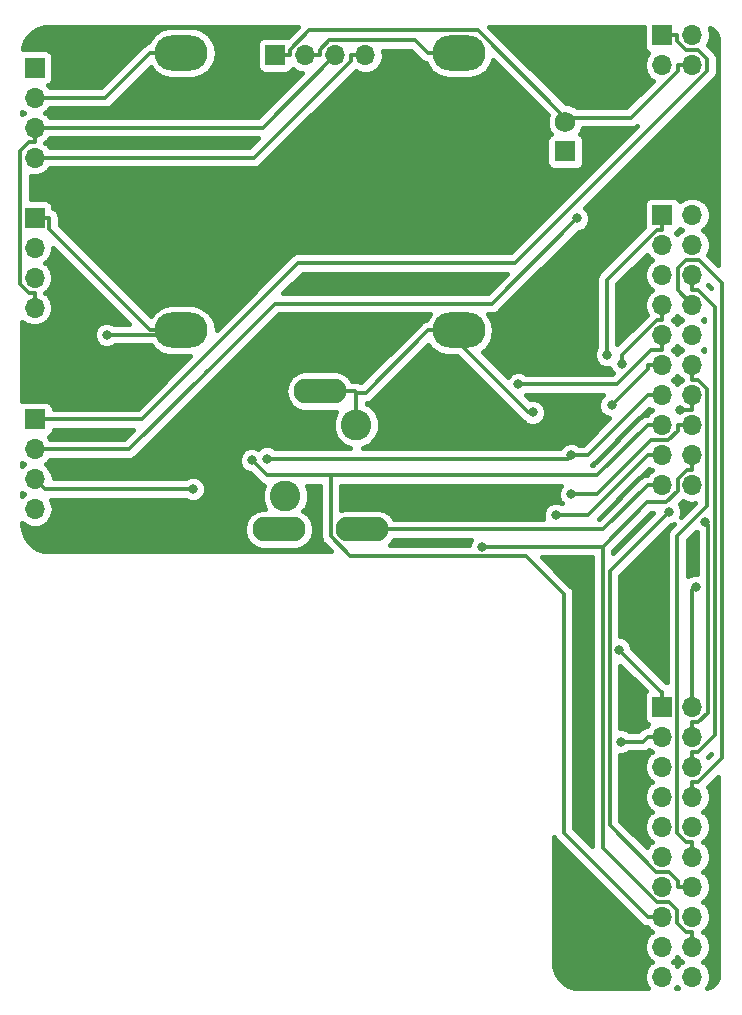
<source format=gbr>
G04 #@! TF.GenerationSoftware,KiCad,Pcbnew,(5.0.0)*
G04 #@! TF.CreationDate,2019-02-20T18:13:07-05:00*
G04 #@! TF.ProjectId,AVR_LCD 2.0,4156525F4C434420322E302E6B696361,rev?*
G04 #@! TF.SameCoordinates,Original*
G04 #@! TF.FileFunction,Copper,L2,Bot,Signal*
G04 #@! TF.FilePolarity,Positive*
%FSLAX46Y46*%
G04 Gerber Fmt 4.6, Leading zero omitted, Abs format (unit mm)*
G04 Created by KiCad (PCBNEW (5.0.0)) date 02/20/19 18:13:07*
%MOMM*%
%LPD*%
G01*
G04 APERTURE LIST*
G04 #@! TA.AperFunction,ComponentPad*
%ADD10O,1.700000X1.700000*%
G04 #@! TD*
G04 #@! TA.AperFunction,ComponentPad*
%ADD11R,1.700000X1.700000*%
G04 #@! TD*
G04 #@! TA.AperFunction,ComponentPad*
%ADD12C,1.750000*%
G04 #@! TD*
G04 #@! TA.AperFunction,ComponentPad*
%ADD13R,1.750000X1.750000*%
G04 #@! TD*
G04 #@! TA.AperFunction,ComponentPad*
%ADD14O,4.500000X3.000000*%
G04 #@! TD*
G04 #@! TA.AperFunction,ComponentPad*
%ADD15C,2.600000*%
G04 #@! TD*
G04 #@! TA.AperFunction,ComponentPad*
%ADD16O,4.500000X2.100000*%
G04 #@! TD*
G04 #@! TA.AperFunction,ViaPad*
%ADD17C,0.800000*%
G04 #@! TD*
G04 #@! TA.AperFunction,Conductor*
%ADD18C,0.380000*%
G04 #@! TD*
G04 #@! TA.AperFunction,NonConductor*
%ADD19C,0.400000*%
G04 #@! TD*
G04 APERTURE END LIST*
D10*
G04 #@! TO.P,BreakOut_EXT1,20*
G04 #@! TO.N,VCC*
X113840000Y-134810000D03*
G04 #@! TO.P,BreakOut_EXT1,19*
G04 #@! TO.N,GND*
X111300000Y-134810000D03*
G04 #@! TO.P,BreakOut_EXT1,18*
G04 #@! TO.N,PB7*
X113840000Y-132270000D03*
G04 #@! TO.P,BreakOut_EXT1,17*
G04 #@! TO.N,PB6*
X111300000Y-132270000D03*
G04 #@! TO.P,BreakOut_EXT1,16*
G04 #@! TO.N,PB5*
X113840000Y-129730000D03*
G04 #@! TO.P,BreakOut_EXT1,15*
G04 #@! TO.N,PB4*
X111300000Y-129730000D03*
G04 #@! TO.P,BreakOut_EXT1,14*
G04 #@! TO.N,Net-(BreakOut_EXT1-Pad14)*
X113840000Y-127190000D03*
G04 #@! TO.P,BreakOut_EXT1,13*
G04 #@! TO.N,PD0*
X111300000Y-127190000D03*
G04 #@! TO.P,BreakOut_EXT1,12*
G04 #@! TO.N,Net-(BreakOut_EXT1-Pad12)*
X113840000Y-124650000D03*
G04 #@! TO.P,BreakOut_EXT1,11*
G04 #@! TO.N,Net-(BreakOut_EXT1-Pad11)*
X111300000Y-124650000D03*
G04 #@! TO.P,BreakOut_EXT1,10*
G04 #@! TO.N,PC0*
X113840000Y-122110000D03*
G04 #@! TO.P,BreakOut_EXT1,9*
G04 #@! TO.N,PC1*
X111300000Y-122110000D03*
G04 #@! TO.P,BreakOut_EXT1,8*
G04 #@! TO.N,Net-(BreakOut_EXT1-Pad8)*
X113840000Y-119570000D03*
G04 #@! TO.P,BreakOut_EXT1,7*
G04 #@! TO.N,Net-(BreakOut_EXT1-Pad7)*
X111300000Y-119570000D03*
G04 #@! TO.P,BreakOut_EXT1,6*
G04 #@! TO.N,Net-(BreakOut_EXT1-Pad6)*
X113840000Y-117030000D03*
G04 #@! TO.P,BreakOut_EXT1,5*
G04 #@! TO.N,Net-(BreakOut_EXT1-Pad5)*
X111300000Y-117030000D03*
G04 #@! TO.P,BreakOut_EXT1,4*
G04 #@! TO.N,Net-(BreakOut_EXT1-Pad4)*
X113840000Y-114490000D03*
G04 #@! TO.P,BreakOut_EXT1,3*
G04 #@! TO.N,Net-(BreakOut_EXT1-Pad3)*
X111300000Y-114490000D03*
G04 #@! TO.P,BreakOut_EXT1,2*
G04 #@! TO.N,Net-(BreakOut_EXT1-Pad2)*
X113840000Y-111950000D03*
D11*
G04 #@! TO.P,BreakOut_EXT1,1*
G04 #@! TO.N,Net-(BreakOut_EXT1-Pad1)*
X111300000Y-111950000D03*
G04 #@! TD*
D10*
G04 #@! TO.P,J1,4*
G04 #@! TO.N,GND*
X58194800Y-95248800D03*
G04 #@! TO.P,J1,3*
G04 #@! TO.N,VCC*
X58194800Y-92708800D03*
G04 #@! TO.P,J1,2*
G04 #@! TO.N,5V*
X58194800Y-90168800D03*
D11*
G04 #@! TO.P,J1,1*
G04 #@! TO.N,5V_IN*
X58194800Y-87628800D03*
G04 #@! TD*
D10*
G04 #@! TO.P,J2,4*
G04 #@! TO.N,PC1*
X58160000Y-65480000D03*
G04 #@! TO.P,J2,3*
G04 #@! TO.N,PC0*
X58160000Y-62940000D03*
G04 #@! TO.P,J2,2*
G04 #@! TO.N,GND*
X58160000Y-60400000D03*
D11*
G04 #@! TO.P,J2,1*
G04 #@! TO.N,VCC*
X58160000Y-57860000D03*
G04 #@! TD*
D10*
G04 #@! TO.P,J3,4*
G04 #@! TO.N,VCC*
X113840000Y-57650000D03*
G04 #@! TO.P,J3,3*
G04 #@! TO.N,5V*
X111300000Y-57650000D03*
G04 #@! TO.P,J3,2*
G04 #@! TO.N,GND*
X113840000Y-55110000D03*
D11*
G04 #@! TO.P,J3,1*
G04 #@! TO.N,5V_IN*
X111300000Y-55110000D03*
G04 #@! TD*
G04 #@! TO.P,J4,1*
G04 #@! TO.N,GND*
X58160000Y-70560000D03*
D10*
G04 #@! TO.P,J4,2*
G04 #@! TO.N,VCC*
X58160000Y-73100000D03*
G04 #@! TO.P,J4,3*
G04 #@! TO.N,PC1*
X58160000Y-75640000D03*
G04 #@! TO.P,J4,4*
G04 #@! TO.N,PC0*
X58160000Y-78180000D03*
G04 #@! TD*
D12*
G04 #@! TO.P,J5,2*
G04 #@! TO.N,VCC*
X103090000Y-62450000D03*
D13*
G04 #@! TO.P,J5,1*
G04 #@! TO.N,GND*
X103090000Y-64950000D03*
G04 #@! TD*
D10*
G04 #@! TO.P,U2,4*
G04 #@! TO.N,PC1*
X86160000Y-56800000D03*
G04 #@! TO.P,U2,3*
G04 #@! TO.N,PC0*
X83620000Y-56800000D03*
G04 #@! TO.P,U2,2*
G04 #@! TO.N,GND*
X81080000Y-56800000D03*
D11*
G04 #@! TO.P,U2,1*
G04 #@! TO.N,VCC*
X78540000Y-56800000D03*
D14*
G04 #@! TO.P,U2,5*
G04 #@! TO.N,GND*
X94090000Y-56600000D03*
X70590000Y-56600000D03*
X94090000Y-80100000D03*
X70590000Y-80100000D03*
G04 #@! TD*
D15*
G04 #@! TO.P,U5,7*
G04 #@! TO.N,GND*
X85390000Y-88100000D03*
X79390000Y-94100000D03*
D16*
X82340000Y-85250000D03*
X85890000Y-96950000D03*
X78840000Y-96950000D03*
G04 #@! TD*
D11*
G04 #@! TO.P,X-Plained_EXT1,1*
G04 #@! TO.N,Net-(BreakOut_EXT1-Pad1)*
X111300000Y-70340000D03*
D10*
G04 #@! TO.P,X-Plained_EXT1,2*
G04 #@! TO.N,Net-(BreakOut_EXT1-Pad2)*
X113840000Y-70340000D03*
G04 #@! TO.P,X-Plained_EXT1,3*
G04 #@! TO.N,Net-(BreakOut_EXT1-Pad3)*
X111300000Y-72880000D03*
G04 #@! TO.P,X-Plained_EXT1,4*
G04 #@! TO.N,Net-(BreakOut_EXT1-Pad4)*
X113840000Y-72880000D03*
G04 #@! TO.P,X-Plained_EXT1,5*
G04 #@! TO.N,Net-(BreakOut_EXT1-Pad5)*
X111300000Y-75420000D03*
G04 #@! TO.P,X-Plained_EXT1,6*
G04 #@! TO.N,Net-(BreakOut_EXT1-Pad6)*
X113840000Y-75420000D03*
G04 #@! TO.P,X-Plained_EXT1,7*
G04 #@! TO.N,Net-(BreakOut_EXT1-Pad7)*
X111300000Y-77960000D03*
G04 #@! TO.P,X-Plained_EXT1,8*
G04 #@! TO.N,Net-(BreakOut_EXT1-Pad8)*
X113840000Y-77960000D03*
G04 #@! TO.P,X-Plained_EXT1,9*
G04 #@! TO.N,PC1*
X111300000Y-80500000D03*
G04 #@! TO.P,X-Plained_EXT1,10*
G04 #@! TO.N,PC0*
X113840000Y-80500000D03*
G04 #@! TO.P,X-Plained_EXT1,11*
G04 #@! TO.N,Net-(BreakOut_EXT1-Pad11)*
X111300000Y-83040000D03*
G04 #@! TO.P,X-Plained_EXT1,12*
G04 #@! TO.N,Net-(BreakOut_EXT1-Pad12)*
X113840000Y-83040000D03*
G04 #@! TO.P,X-Plained_EXT1,13*
G04 #@! TO.N,PD0*
X111300000Y-85580000D03*
G04 #@! TO.P,X-Plained_EXT1,14*
G04 #@! TO.N,Net-(BreakOut_EXT1-Pad14)*
X113840000Y-85580000D03*
G04 #@! TO.P,X-Plained_EXT1,15*
G04 #@! TO.N,PB4*
X111300000Y-88120000D03*
G04 #@! TO.P,X-Plained_EXT1,16*
G04 #@! TO.N,PB5*
X113840000Y-88120000D03*
G04 #@! TO.P,X-Plained_EXT1,17*
G04 #@! TO.N,PB6*
X111300000Y-90660000D03*
G04 #@! TO.P,X-Plained_EXT1,18*
G04 #@! TO.N,PB7*
X113840000Y-90660000D03*
G04 #@! TO.P,X-Plained_EXT1,19*
G04 #@! TO.N,GND*
X111300000Y-93200000D03*
G04 #@! TO.P,X-Plained_EXT1,20*
G04 #@! TO.N,VCC*
X113840000Y-93200000D03*
G04 #@! TD*
D17*
G04 #@! TO.N,VCC*
X71571200Y-93521600D03*
G04 #@! TO.N,GND*
X100317000Y-87048500D03*
X64256000Y-80466000D03*
G04 #@! TO.N,PB7*
X96074900Y-98407200D03*
G04 #@! TO.N,PB6*
X102277700Y-95702800D03*
G04 #@! TO.N,PB5*
X103606600Y-93974900D03*
G04 #@! TO.N,PB4*
X76549800Y-91103000D03*
G04 #@! TO.N,Net-(BreakOut_EXT1-Pad14)*
X111891000Y-95447500D03*
X112834000Y-86850000D03*
G04 #@! TO.N,PD0*
X77838100Y-90951400D03*
X103599900Y-90668700D03*
G04 #@! TO.N,Net-(BreakOut_EXT1-Pad11)*
X107002500Y-86443200D03*
G04 #@! TO.N,PC1*
X99115100Y-84679700D03*
G04 #@! TO.N,Net-(BreakOut_EXT1-Pad7)*
X107868500Y-82903400D03*
G04 #@! TO.N,Net-(BreakOut_EXT1-Pad4)*
X114886600Y-96281600D03*
G04 #@! TO.N,Net-(BreakOut_EXT1-Pad3)*
X107788400Y-114909000D03*
G04 #@! TO.N,Net-(BreakOut_EXT1-Pad2)*
X114129900Y-101813900D03*
G04 #@! TO.N,Net-(BreakOut_EXT1-Pad1)*
X107628700Y-107119400D03*
X106606600Y-82150500D03*
G04 #@! TO.N,5V*
X104097500Y-70623700D03*
G04 #@! TD*
D18*
G04 #@! TO.N,VCC*
X113840000Y-57650000D02*
X112599700Y-57650000D01*
X103090000Y-62086100D02*
X103090000Y-62450000D01*
X79780300Y-56800000D02*
X79780300Y-56334900D01*
X79780300Y-56334900D02*
X81415800Y-54699400D01*
X81415800Y-54699400D02*
X95703300Y-54699400D01*
X95703300Y-54699400D02*
X103090000Y-62086100D01*
X112599700Y-57650000D02*
X112599700Y-58115100D01*
X112599700Y-58115100D02*
X108628700Y-62086100D01*
X108628700Y-62086100D02*
X103090000Y-62086100D01*
X78540000Y-56800000D02*
X79780300Y-56800000D01*
X59007600Y-93521600D02*
X58194800Y-92708800D01*
X71571200Y-93521600D02*
X59007600Y-93521600D01*
G04 #@! TO.N,GND*
X58160000Y-70560000D02*
X59400300Y-70560000D01*
X70590000Y-80100000D02*
X67949700Y-80100000D01*
X67949700Y-80100000D02*
X59400300Y-71550600D01*
X59400300Y-71550600D02*
X59400300Y-70560000D01*
X93015500Y-80100000D02*
X99964000Y-87048500D01*
X99964000Y-87048500D02*
X100317000Y-87048500D01*
X94090000Y-80100000D02*
X93015500Y-80100000D01*
X92769900Y-80100000D02*
X91449700Y-80100000D01*
X92769900Y-80100000D02*
X93015500Y-80100000D01*
X88530300Y-96950000D02*
X106309700Y-96950000D01*
X106309700Y-96950000D02*
X110059700Y-93200000D01*
X85390000Y-85376200D02*
X86173500Y-85376200D01*
X86173500Y-85376200D02*
X91449700Y-80100000D01*
X84822400Y-85250000D02*
X85263800Y-85250000D01*
X85263800Y-85250000D02*
X85390000Y-85376200D01*
X85390000Y-85376200D02*
X85390000Y-88100000D01*
X82340000Y-85250000D02*
X84822400Y-85250000D01*
X70590000Y-56600000D02*
X67949700Y-56600000D01*
X58160000Y-60400000D02*
X64149700Y-60400000D01*
X64149700Y-60400000D02*
X67949700Y-56600000D01*
X94090000Y-56600000D02*
X91449700Y-56600000D01*
X81080000Y-56800000D02*
X82320300Y-56800000D01*
X82320300Y-56800000D02*
X82320300Y-56334900D01*
X82320300Y-56334900D02*
X83102600Y-55552600D01*
X83102600Y-55552600D02*
X90402300Y-55552600D01*
X90402300Y-55552600D02*
X91449700Y-56600000D01*
X85890000Y-96950000D02*
X88530300Y-96950000D01*
X111300000Y-93200000D02*
X110059700Y-93200000D01*
X70224000Y-80466000D02*
X70590000Y-80100000D01*
X64256000Y-80466000D02*
X70224000Y-80466000D01*
G04 #@! TO.N,PB7*
X106243600Y-98407200D02*
X96074900Y-98407200D01*
X113840000Y-91900300D02*
X113374800Y-91900300D01*
X113374800Y-91900300D02*
X112599700Y-92675400D01*
X112599700Y-92675400D02*
X112599700Y-93679400D01*
X112599700Y-93679400D02*
X111621900Y-94657200D01*
X111621900Y-94657200D02*
X109993600Y-94657200D01*
X109993600Y-94657200D02*
X106243600Y-98407200D01*
X106243600Y-98407200D02*
X106243600Y-123890500D01*
X106243600Y-123890500D02*
X110842700Y-128489600D01*
X110842700Y-128489600D02*
X111890200Y-128489600D01*
X111890200Y-128489600D02*
X112570000Y-129169400D01*
X112570000Y-129169400D02*
X112570000Y-130273700D01*
X112570000Y-130273700D02*
X113326000Y-131029700D01*
X113326000Y-131029700D02*
X113840000Y-131029700D01*
X113840000Y-132270000D02*
X113840000Y-131029700D01*
X113840000Y-90660000D02*
X113840000Y-91900300D01*
G04 #@! TO.N,PB6*
X111300000Y-90660000D02*
X110059700Y-90660000D01*
X110059700Y-90660000D02*
X105016900Y-95702800D01*
X105016900Y-95702800D02*
X102277700Y-95702800D01*
G04 #@! TO.N,PB5*
X113840000Y-88120000D02*
X112599700Y-88120000D01*
X112599700Y-88120000D02*
X112599700Y-88585200D01*
X112599700Y-88585200D02*
X111824600Y-89360300D01*
X111824600Y-89360300D02*
X110379700Y-89360300D01*
X110379700Y-89360300D02*
X105765100Y-93974900D01*
X105765100Y-93974900D02*
X103606600Y-93974900D01*
G04 #@! TO.N,PB4*
X83228600Y-92371400D02*
X77818200Y-92371400D01*
X77818200Y-92371400D02*
X76549800Y-91103000D01*
X110059700Y-88120000D02*
X105808300Y-92371400D01*
X105808300Y-92371400D02*
X83228600Y-92371400D01*
X83228600Y-92371400D02*
X83228600Y-97526800D01*
X83228600Y-97526800D02*
X84901400Y-99199600D01*
X84901400Y-99199600D02*
X99728700Y-99199600D01*
X99728700Y-99199600D02*
X102945400Y-102416300D01*
X102945400Y-102416300D02*
X102945400Y-122615700D01*
X102945400Y-122615700D02*
X110059700Y-129730000D01*
X111300000Y-129730000D02*
X110059700Y-129730000D01*
X111300000Y-88120000D02*
X110059700Y-88120000D01*
G04 #@! TO.N,Net-(BreakOut_EXT1-Pad14)*
X111891000Y-95447500D02*
X106838400Y-100500100D01*
X106838400Y-100500100D02*
X106838400Y-121980000D01*
X106838400Y-121980000D02*
X110778400Y-125920000D01*
X110778400Y-125920000D02*
X111843700Y-125920000D01*
X111843700Y-125920000D02*
X112599700Y-126676000D01*
X112599700Y-126676000D02*
X112599700Y-127190000D01*
X113840000Y-85580000D02*
X113840000Y-86820300D01*
X113840000Y-127190000D02*
X112599700Y-127190000D01*
X113840000Y-86820300D02*
X112863700Y-86820300D01*
X112863700Y-86820300D02*
X112834000Y-86850000D01*
G04 #@! TO.N,PD0*
X103599900Y-90668700D02*
X103317200Y-90951400D01*
X103317200Y-90951400D02*
X77838100Y-90951400D01*
X110059700Y-85580000D02*
X104971000Y-90668700D01*
X104971000Y-90668700D02*
X103599900Y-90668700D01*
X111300000Y-85580000D02*
X110059700Y-85580000D01*
G04 #@! TO.N,Net-(BreakOut_EXT1-Pad12)*
X113840000Y-124650000D02*
X113840000Y-123409700D01*
X113840000Y-83040000D02*
X113840000Y-84280300D01*
X113840000Y-84280300D02*
X114305100Y-84280300D01*
X114305100Y-84280300D02*
X115100700Y-85075900D01*
X115100700Y-85075900D02*
X115100700Y-94949700D01*
X115100700Y-94949700D02*
X112570000Y-97480400D01*
X112570000Y-97480400D02*
X112570000Y-122653700D01*
X112570000Y-122653700D02*
X113326000Y-123409700D01*
X113326000Y-123409700D02*
X113840000Y-123409700D01*
G04 #@! TO.N,Net-(BreakOut_EXT1-Pad11)*
X111300000Y-83040000D02*
X110059700Y-83040000D01*
X110059700Y-83040000D02*
X110059700Y-83386000D01*
X110059700Y-83386000D02*
X107002500Y-86443200D01*
G04 #@! TO.N,PC0*
X58160000Y-62940000D02*
X58160000Y-64180300D01*
X58160000Y-78180000D02*
X58160000Y-76939700D01*
X58160000Y-76939700D02*
X57694900Y-76939700D01*
X57694900Y-76939700D02*
X56912600Y-76157400D01*
X56912600Y-76157400D02*
X56912600Y-64913700D01*
X56912600Y-64913700D02*
X57646000Y-64180300D01*
X57646000Y-64180300D02*
X58160000Y-64180300D01*
X83620000Y-56800000D02*
X77480000Y-62940000D01*
X77480000Y-62940000D02*
X58160000Y-62940000D01*
G04 #@! TO.N,PC1*
X111300000Y-80500000D02*
X111300000Y-81740300D01*
X111300000Y-81740300D02*
X110377900Y-81740300D01*
X110377900Y-81740300D02*
X107438500Y-84679700D01*
X107438500Y-84679700D02*
X99115100Y-84679700D01*
X86160000Y-56800000D02*
X84919700Y-56800000D01*
X84919700Y-56800000D02*
X84919700Y-57265100D01*
X84919700Y-57265100D02*
X76704800Y-65480000D01*
X76704800Y-65480000D02*
X58160000Y-65480000D01*
G04 #@! TO.N,Net-(BreakOut_EXT1-Pad8)*
X113840000Y-77960000D02*
X112599600Y-76719600D01*
X112599600Y-76719600D02*
X112599600Y-74829800D01*
X112599600Y-74829800D02*
X113279400Y-74150000D01*
X113279400Y-74150000D02*
X114385400Y-74150000D01*
X114385400Y-74150000D02*
X116354600Y-76119200D01*
X116354600Y-76119200D02*
X116354600Y-116329100D01*
X116354600Y-116329100D02*
X114354000Y-118329700D01*
X114354000Y-118329700D02*
X113840000Y-118329700D01*
X113840000Y-119570000D02*
X113840000Y-118329700D01*
G04 #@! TO.N,Net-(BreakOut_EXT1-Pad7)*
X111300000Y-77960000D02*
X111300000Y-79200300D01*
X111300000Y-79200300D02*
X110834900Y-79200300D01*
X110834900Y-79200300D02*
X107868500Y-82166700D01*
X107868500Y-82166700D02*
X107868500Y-82903400D01*
G04 #@! TO.N,Net-(BreakOut_EXT1-Pad6)*
X113840000Y-117030000D02*
X113840000Y-115789700D01*
X113840000Y-75420000D02*
X113840000Y-76660300D01*
X113840000Y-76660300D02*
X114305100Y-76660300D01*
X114305100Y-76660300D02*
X115758800Y-78114000D01*
X115758800Y-78114000D02*
X115758800Y-114384900D01*
X115758800Y-114384900D02*
X114354000Y-115789700D01*
X114354000Y-115789700D02*
X113840000Y-115789700D01*
G04 #@! TO.N,Net-(BreakOut_EXT1-Pad4)*
X114886600Y-96281600D02*
X115139600Y-96534600D01*
X115139600Y-96534600D02*
X115139600Y-112464100D01*
X115139600Y-112464100D02*
X114354000Y-113249700D01*
X114354000Y-113249700D02*
X113840000Y-113249700D01*
X113840000Y-114490000D02*
X113840000Y-113249700D01*
G04 #@! TO.N,Net-(BreakOut_EXT1-Pad3)*
X111300000Y-114490000D02*
X110059700Y-114490000D01*
X107788400Y-114909000D02*
X109640700Y-114909000D01*
X109640700Y-114909000D02*
X110059700Y-114490000D01*
G04 #@! TO.N,Net-(BreakOut_EXT1-Pad2)*
X114129900Y-101813900D02*
X113840000Y-102103800D01*
X113840000Y-102103800D02*
X113840000Y-111950000D01*
G04 #@! TO.N,Net-(BreakOut_EXT1-Pad1)*
X111300000Y-70340000D02*
X111300000Y-71580300D01*
X111300000Y-111950000D02*
X111300000Y-110709700D01*
X107628700Y-107119400D02*
X111219000Y-110709700D01*
X111219000Y-110709700D02*
X111300000Y-110709700D01*
X111300000Y-71580300D02*
X110834900Y-71580300D01*
X110834900Y-71580300D02*
X106606600Y-75808600D01*
X106606600Y-75808600D02*
X106606600Y-82150500D01*
G04 #@! TO.N,5V*
X104097500Y-70623700D02*
X96895300Y-77825900D01*
X96895300Y-77825900D02*
X78478500Y-77825900D01*
X66135600Y-90168800D02*
X72892000Y-83412400D01*
X58194800Y-90168800D02*
X66135600Y-90168800D01*
X78478500Y-77825900D02*
X72892000Y-83412400D01*
X72892000Y-83412400D02*
X72688800Y-83615600D01*
G04 #@! TO.N,5V_IN*
X80492900Y-74389100D02*
X67253200Y-87628800D01*
X98857000Y-74389100D02*
X80492900Y-74389100D01*
X112540300Y-55110000D02*
X112540300Y-55575200D01*
X67253200Y-87628800D02*
X58194800Y-87628800D01*
X112540300Y-55575200D02*
X113315400Y-56350300D01*
X115094900Y-58151200D02*
X98857000Y-74389100D01*
X111300000Y-55110000D02*
X112540300Y-55110000D01*
X113315400Y-56350300D02*
X114303600Y-56350300D01*
X114303600Y-56350300D02*
X115094900Y-57141600D01*
X115094900Y-57141600D02*
X115094900Y-58151200D01*
G04 #@! TD*
D19*
G36*
X112639066Y-135817000D02*
X112500934Y-135817000D01*
X112570000Y-135713636D01*
X112639066Y-135817000D01*
X112639066Y-135817000D01*
G37*
X112639066Y-135817000D02*
X112500934Y-135817000D01*
X112570000Y-135713636D01*
X112639066Y-135817000D01*
G36*
X102247881Y-123188144D02*
X102247883Y-123188146D01*
X102297980Y-123263121D01*
X102372955Y-123313218D01*
X109362182Y-130302446D01*
X109412279Y-130377421D01*
X109487254Y-130427518D01*
X109487255Y-130427519D01*
X109531758Y-130457255D01*
X109709318Y-130575897D01*
X109971259Y-130628000D01*
X109971262Y-130628000D01*
X110034660Y-130640610D01*
X110176745Y-130853255D01*
X110396364Y-131000000D01*
X110176745Y-131146745D01*
X109832396Y-131662099D01*
X109711477Y-132270000D01*
X109832396Y-132877901D01*
X110176745Y-133393255D01*
X110396364Y-133540000D01*
X110176745Y-133686745D01*
X109832396Y-134202099D01*
X109711477Y-134810000D01*
X109832396Y-135417901D01*
X110099066Y-135817000D01*
X104385489Y-135817000D01*
X103831202Y-135752377D01*
X103349693Y-135577597D01*
X102921307Y-135296735D01*
X102569027Y-134924860D01*
X102311740Y-134481909D01*
X102160151Y-133981400D01*
X102123000Y-133565131D01*
X102123000Y-123001246D01*
X102247881Y-123188144D01*
X102247881Y-123188144D01*
G37*
X102247881Y-123188144D02*
X102247883Y-123188146D01*
X102297980Y-123263121D01*
X102372955Y-123313218D01*
X109362182Y-130302446D01*
X109412279Y-130377421D01*
X109487254Y-130427518D01*
X109487255Y-130427519D01*
X109531758Y-130457255D01*
X109709318Y-130575897D01*
X109971259Y-130628000D01*
X109971262Y-130628000D01*
X110034660Y-130640610D01*
X110176745Y-130853255D01*
X110396364Y-131000000D01*
X110176745Y-131146745D01*
X109832396Y-131662099D01*
X109711477Y-132270000D01*
X109832396Y-132877901D01*
X110176745Y-133393255D01*
X110396364Y-133540000D01*
X110176745Y-133686745D01*
X109832396Y-134202099D01*
X109711477Y-134810000D01*
X109832396Y-135417901D01*
X110099066Y-135817000D01*
X104385489Y-135817000D01*
X103831202Y-135752377D01*
X103349693Y-135577597D01*
X102921307Y-135296735D01*
X102569027Y-134924860D01*
X102311740Y-134481909D01*
X102160151Y-133981400D01*
X102123000Y-133565131D01*
X102123000Y-123001246D01*
X102247881Y-123188144D01*
G36*
X116057000Y-134544217D02*
X116000416Y-134939330D01*
X115858535Y-135251379D01*
X115634773Y-135511068D01*
X115347122Y-135697513D01*
X115064246Y-135782111D01*
X115307604Y-135417901D01*
X115428523Y-134810000D01*
X115307604Y-134202099D01*
X114963255Y-133686745D01*
X114743636Y-133540000D01*
X114963255Y-133393255D01*
X115307604Y-132877901D01*
X115428523Y-132270000D01*
X115307604Y-131662099D01*
X114963255Y-131146745D01*
X114750611Y-131004661D01*
X114748975Y-130996433D01*
X114963255Y-130853255D01*
X115307604Y-130337901D01*
X115428523Y-129730000D01*
X115307604Y-129122099D01*
X114963255Y-128606745D01*
X114743636Y-128460000D01*
X114963255Y-128313255D01*
X115307604Y-127797901D01*
X115428523Y-127190000D01*
X115307604Y-126582099D01*
X114963255Y-126066745D01*
X114743636Y-125920000D01*
X114963255Y-125773255D01*
X115307604Y-125257901D01*
X115428523Y-124650000D01*
X115307604Y-124042099D01*
X114963255Y-123526745D01*
X114750611Y-123384661D01*
X114748975Y-123376433D01*
X114963255Y-123233255D01*
X115307604Y-122717901D01*
X115428523Y-122110000D01*
X115307604Y-121502099D01*
X114963255Y-120986745D01*
X114743636Y-120840000D01*
X114963255Y-120693255D01*
X115307604Y-120177901D01*
X115428523Y-119570000D01*
X115307604Y-118962099D01*
X115181016Y-118772647D01*
X116057000Y-117896663D01*
X116057000Y-134544217D01*
X116057000Y-134544217D01*
G37*
X116057000Y-134544217D02*
X116000416Y-134939330D01*
X115858535Y-135251379D01*
X115634773Y-135511068D01*
X115347122Y-135697513D01*
X115064246Y-135782111D01*
X115307604Y-135417901D01*
X115428523Y-134810000D01*
X115307604Y-134202099D01*
X114963255Y-133686745D01*
X114743636Y-133540000D01*
X114963255Y-133393255D01*
X115307604Y-132877901D01*
X115428523Y-132270000D01*
X115307604Y-131662099D01*
X114963255Y-131146745D01*
X114750611Y-131004661D01*
X114748975Y-130996433D01*
X114963255Y-130853255D01*
X115307604Y-130337901D01*
X115428523Y-129730000D01*
X115307604Y-129122099D01*
X114963255Y-128606745D01*
X114743636Y-128460000D01*
X114963255Y-128313255D01*
X115307604Y-127797901D01*
X115428523Y-127190000D01*
X115307604Y-126582099D01*
X114963255Y-126066745D01*
X114743636Y-125920000D01*
X114963255Y-125773255D01*
X115307604Y-125257901D01*
X115428523Y-124650000D01*
X115307604Y-124042099D01*
X114963255Y-123526745D01*
X114750611Y-123384661D01*
X114748975Y-123376433D01*
X114963255Y-123233255D01*
X115307604Y-122717901D01*
X115428523Y-122110000D01*
X115307604Y-121502099D01*
X114963255Y-120986745D01*
X114743636Y-120840000D01*
X114963255Y-120693255D01*
X115307604Y-120177901D01*
X115428523Y-119570000D01*
X115307604Y-118962099D01*
X115181016Y-118772647D01*
X116057000Y-117896663D01*
X116057000Y-134544217D01*
G36*
X112716745Y-133393255D02*
X112936364Y-133540000D01*
X112716745Y-133686745D01*
X112570000Y-133906364D01*
X112423255Y-133686745D01*
X112203636Y-133540000D01*
X112423255Y-133393255D01*
X112570000Y-133173636D01*
X112716745Y-133393255D01*
X112716745Y-133393255D01*
G37*
X112716745Y-133393255D02*
X112936364Y-133540000D01*
X112716745Y-133686745D01*
X112570000Y-133906364D01*
X112423255Y-133686745D01*
X112203636Y-133540000D01*
X112423255Y-133393255D01*
X112570000Y-133173636D01*
X112716745Y-133393255D01*
G36*
X110396364Y-115760000D02*
X110176745Y-115906745D01*
X109832396Y-116422099D01*
X109711477Y-117030000D01*
X109832396Y-117637901D01*
X110176745Y-118153255D01*
X110396364Y-118300000D01*
X110176745Y-118446745D01*
X109832396Y-118962099D01*
X109711477Y-119570000D01*
X109832396Y-120177901D01*
X110176745Y-120693255D01*
X110396364Y-120840000D01*
X110176745Y-120986745D01*
X109832396Y-121502099D01*
X109711477Y-122110000D01*
X109832396Y-122717901D01*
X110176745Y-123233255D01*
X110396364Y-123380000D01*
X110176745Y-123526745D01*
X109967806Y-123839443D01*
X107736400Y-121608037D01*
X107736400Y-116017000D01*
X108008795Y-116017000D01*
X108416032Y-115848317D01*
X108457349Y-115807000D01*
X109552264Y-115807000D01*
X109640700Y-115824591D01*
X109729136Y-115807000D01*
X109729141Y-115807000D01*
X109991082Y-115754897D01*
X110189904Y-115622048D01*
X110396364Y-115760000D01*
X110396364Y-115760000D01*
G37*
X110396364Y-115760000D02*
X110176745Y-115906745D01*
X109832396Y-116422099D01*
X109711477Y-117030000D01*
X109832396Y-117637901D01*
X110176745Y-118153255D01*
X110396364Y-118300000D01*
X110176745Y-118446745D01*
X109832396Y-118962099D01*
X109711477Y-119570000D01*
X109832396Y-120177901D01*
X110176745Y-120693255D01*
X110396364Y-120840000D01*
X110176745Y-120986745D01*
X109832396Y-121502099D01*
X109711477Y-122110000D01*
X109832396Y-122717901D01*
X110176745Y-123233255D01*
X110396364Y-123380000D01*
X110176745Y-123526745D01*
X109967806Y-123839443D01*
X107736400Y-121608037D01*
X107736400Y-116017000D01*
X108008795Y-116017000D01*
X108416032Y-115848317D01*
X108457349Y-115807000D01*
X109552264Y-115807000D01*
X109640700Y-115824591D01*
X109729136Y-115807000D01*
X109729141Y-115807000D01*
X109991082Y-115754897D01*
X110189904Y-115622048D01*
X110396364Y-115760000D01*
G36*
X105345601Y-123745938D02*
X103843400Y-122243737D01*
X103843400Y-102504738D01*
X103860991Y-102416300D01*
X103843400Y-102327860D01*
X103843400Y-102327859D01*
X103791297Y-102065918D01*
X103708657Y-101942239D01*
X103642919Y-101843855D01*
X103642918Y-101843854D01*
X103592821Y-101768879D01*
X103517847Y-101718783D01*
X101104263Y-99305200D01*
X105345600Y-99305200D01*
X105345601Y-123745938D01*
X105345601Y-123745938D01*
G37*
X105345601Y-123745938D02*
X103843400Y-122243737D01*
X103843400Y-102504738D01*
X103860991Y-102416300D01*
X103843400Y-102327860D01*
X103843400Y-102327859D01*
X103791297Y-102065918D01*
X103708657Y-101942239D01*
X103642919Y-101843855D01*
X103642918Y-101843854D01*
X103592821Y-101768879D01*
X103517847Y-101718783D01*
X101104263Y-99305200D01*
X105345600Y-99305200D01*
X105345601Y-123745938D01*
G36*
X115456601Y-115957135D02*
X115181045Y-116232691D01*
X115181016Y-116232647D01*
X115456601Y-115957062D01*
X115456601Y-115957135D01*
X115456601Y-115957135D01*
G37*
X115456601Y-115957135D02*
X115181045Y-116232691D01*
X115181016Y-116232647D01*
X115456601Y-115957062D01*
X115456601Y-115957135D01*
G36*
X109895235Y-110655899D02*
X109783079Y-110823752D01*
X109728130Y-111100000D01*
X109728130Y-112800000D01*
X109783079Y-113076248D01*
X109939561Y-113310439D01*
X110129546Y-113437383D01*
X110034660Y-113579389D01*
X109971263Y-113592000D01*
X109971259Y-113592000D01*
X109709318Y-113644103D01*
X109412279Y-113842579D01*
X109362179Y-113917559D01*
X109268738Y-114011000D01*
X108457349Y-114011000D01*
X108416032Y-113969683D01*
X108008795Y-113801000D01*
X107736400Y-113801000D01*
X107736400Y-108497063D01*
X109895235Y-110655899D01*
X109895235Y-110655899D01*
G37*
X109895235Y-110655899D02*
X109783079Y-110823752D01*
X109728130Y-111100000D01*
X109728130Y-112800000D01*
X109783079Y-113076248D01*
X109939561Y-113310439D01*
X110129546Y-113437383D01*
X110034660Y-113579389D01*
X109971263Y-113592000D01*
X109971259Y-113592000D01*
X109709318Y-113644103D01*
X109412279Y-113842579D01*
X109362179Y-113917559D01*
X109268738Y-114011000D01*
X108457349Y-114011000D01*
X108416032Y-113969683D01*
X108008795Y-113801000D01*
X107736400Y-113801000D01*
X107736400Y-108497063D01*
X109895235Y-110655899D01*
G36*
X111997557Y-96782880D02*
X111922579Y-96832979D01*
X111724103Y-97130019D01*
X111672000Y-97391960D01*
X111672000Y-97391964D01*
X111654409Y-97480400D01*
X111672000Y-97568836D01*
X111672000Y-109878248D01*
X111650382Y-109863803D01*
X111641251Y-109861987D01*
X108736700Y-106957437D01*
X108736700Y-106899005D01*
X108568017Y-106491768D01*
X108256332Y-106180083D01*
X107849095Y-106011400D01*
X107736400Y-106011400D01*
X107736400Y-100872063D01*
X112052963Y-96555500D01*
X112111395Y-96555500D01*
X112305223Y-96475214D01*
X111997557Y-96782880D01*
X111997557Y-96782880D01*
G37*
X111997557Y-96782880D02*
X111922579Y-96832979D01*
X111724103Y-97130019D01*
X111672000Y-97391960D01*
X111672000Y-97391964D01*
X111654409Y-97480400D01*
X111672000Y-97568836D01*
X111672000Y-109878248D01*
X111650382Y-109863803D01*
X111641251Y-109861987D01*
X108736700Y-106957437D01*
X108736700Y-106899005D01*
X108568017Y-106491768D01*
X108256332Y-106180083D01*
X107849095Y-106011400D01*
X107736400Y-106011400D01*
X107736400Y-100872063D01*
X112052963Y-96555500D01*
X112111395Y-96555500D01*
X112305223Y-96475214D01*
X111997557Y-96782880D01*
G36*
X114241600Y-97203549D02*
X114241600Y-100705900D01*
X113909505Y-100705900D01*
X113502268Y-100874583D01*
X113468000Y-100908851D01*
X113468000Y-97852363D01*
X114179207Y-97141156D01*
X114241600Y-97203549D01*
X114241600Y-97203549D01*
G37*
X114241600Y-97203549D02*
X114241600Y-100705900D01*
X113909505Y-100705900D01*
X113502268Y-100874583D01*
X113468000Y-100908851D01*
X113468000Y-97852363D01*
X114179207Y-97141156D01*
X114241600Y-97203549D01*
G36*
X107141600Y-98926937D02*
X107141600Y-98779163D01*
X110365564Y-95555200D01*
X110513337Y-95555200D01*
X107141600Y-98926937D01*
X107141600Y-98926937D01*
G37*
X107141600Y-98926937D02*
X107141600Y-98779163D01*
X110365564Y-95555200D01*
X110513337Y-95555200D01*
X107141600Y-98926937D01*
G36*
X91272718Y-79219612D02*
X91099318Y-79254103D01*
X90877255Y-79402481D01*
X90877254Y-79402482D01*
X90802279Y-79452579D01*
X90752182Y-79527554D01*
X85801537Y-84478200D01*
X85725076Y-84478200D01*
X85614182Y-84404103D01*
X85352241Y-84352000D01*
X85352236Y-84352000D01*
X85263800Y-84334409D01*
X85175364Y-84352000D01*
X85054304Y-84352000D01*
X84807447Y-83982553D01*
X84225937Y-83594000D01*
X83713147Y-83492000D01*
X80966853Y-83492000D01*
X80454063Y-83594000D01*
X79872553Y-83982553D01*
X79484000Y-84564063D01*
X79347559Y-85250000D01*
X79484000Y-85935937D01*
X79872553Y-86517447D01*
X80454063Y-86906000D01*
X80966853Y-87008000D01*
X83668878Y-87008000D01*
X83382000Y-87700584D01*
X83382000Y-88499416D01*
X83687700Y-89237441D01*
X84252559Y-89802300D01*
X84858768Y-90053400D01*
X78507049Y-90053400D01*
X78465732Y-90012083D01*
X78058495Y-89843400D01*
X77617705Y-89843400D01*
X77210468Y-90012083D01*
X77093595Y-90128956D01*
X76770195Y-89995000D01*
X76329405Y-89995000D01*
X75922168Y-90163683D01*
X75610483Y-90475368D01*
X75441800Y-90882605D01*
X75441800Y-91323395D01*
X75610483Y-91730632D01*
X75922168Y-92042317D01*
X76329405Y-92211000D01*
X76387837Y-92211000D01*
X77120680Y-92943843D01*
X77170779Y-93018821D01*
X77467818Y-93217297D01*
X77573479Y-93238314D01*
X77382000Y-93700584D01*
X77382000Y-94499416D01*
X77668878Y-95192000D01*
X77466853Y-95192000D01*
X76954063Y-95294000D01*
X76372553Y-95682553D01*
X75984000Y-96264063D01*
X75847559Y-96950000D01*
X75984000Y-97635937D01*
X76372553Y-98217447D01*
X76954063Y-98606000D01*
X77466853Y-98708000D01*
X80213147Y-98708000D01*
X80725937Y-98606000D01*
X81307447Y-98217447D01*
X81696000Y-97635937D01*
X81832441Y-96950000D01*
X81696000Y-96264063D01*
X81307447Y-95682553D01*
X80911651Y-95418090D01*
X81092300Y-95237441D01*
X81398000Y-94499416D01*
X81398000Y-93700584D01*
X81219398Y-93269400D01*
X82330600Y-93269400D01*
X82330601Y-97438359D01*
X82313009Y-97526800D01*
X82382704Y-97877182D01*
X82531081Y-98099244D01*
X82531083Y-98099246D01*
X82581180Y-98174221D01*
X82656155Y-98224318D01*
X83248837Y-98817000D01*
X59385489Y-98817000D01*
X58831202Y-98752377D01*
X58349693Y-98577597D01*
X57921307Y-98296735D01*
X57569027Y-97924860D01*
X57311740Y-97481909D01*
X57160151Y-96981400D01*
X57123000Y-96565131D01*
X57123000Y-96406436D01*
X57586899Y-96716404D01*
X58041350Y-96806800D01*
X58348250Y-96806800D01*
X58802701Y-96716404D01*
X59318055Y-96372055D01*
X59662404Y-95856701D01*
X59783323Y-95248800D01*
X59662404Y-94640899D01*
X59514537Y-94419600D01*
X70902251Y-94419600D01*
X70943568Y-94460917D01*
X71350805Y-94629600D01*
X71791595Y-94629600D01*
X72198832Y-94460917D01*
X72510517Y-94149232D01*
X72679200Y-93741995D01*
X72679200Y-93301205D01*
X72510517Y-92893968D01*
X72198832Y-92582283D01*
X71791595Y-92413600D01*
X71350805Y-92413600D01*
X70943568Y-92582283D01*
X70902251Y-92623600D01*
X59766376Y-92623600D01*
X59662404Y-92100899D01*
X59318055Y-91585545D01*
X59098436Y-91438800D01*
X59318055Y-91292055D01*
X59468566Y-91066800D01*
X66047164Y-91066800D01*
X66135600Y-91084391D01*
X66224036Y-91066800D01*
X66224041Y-91066800D01*
X66485982Y-91014697D01*
X66783021Y-90816221D01*
X66833120Y-90741243D01*
X73589519Y-83984845D01*
X73589521Y-83984842D01*
X78850464Y-78723900D01*
X91603942Y-78723900D01*
X91272718Y-79219612D01*
X91272718Y-79219612D01*
G37*
X91272718Y-79219612D02*
X91099318Y-79254103D01*
X90877255Y-79402481D01*
X90877254Y-79402482D01*
X90802279Y-79452579D01*
X90752182Y-79527554D01*
X85801537Y-84478200D01*
X85725076Y-84478200D01*
X85614182Y-84404103D01*
X85352241Y-84352000D01*
X85352236Y-84352000D01*
X85263800Y-84334409D01*
X85175364Y-84352000D01*
X85054304Y-84352000D01*
X84807447Y-83982553D01*
X84225937Y-83594000D01*
X83713147Y-83492000D01*
X80966853Y-83492000D01*
X80454063Y-83594000D01*
X79872553Y-83982553D01*
X79484000Y-84564063D01*
X79347559Y-85250000D01*
X79484000Y-85935937D01*
X79872553Y-86517447D01*
X80454063Y-86906000D01*
X80966853Y-87008000D01*
X83668878Y-87008000D01*
X83382000Y-87700584D01*
X83382000Y-88499416D01*
X83687700Y-89237441D01*
X84252559Y-89802300D01*
X84858768Y-90053400D01*
X78507049Y-90053400D01*
X78465732Y-90012083D01*
X78058495Y-89843400D01*
X77617705Y-89843400D01*
X77210468Y-90012083D01*
X77093595Y-90128956D01*
X76770195Y-89995000D01*
X76329405Y-89995000D01*
X75922168Y-90163683D01*
X75610483Y-90475368D01*
X75441800Y-90882605D01*
X75441800Y-91323395D01*
X75610483Y-91730632D01*
X75922168Y-92042317D01*
X76329405Y-92211000D01*
X76387837Y-92211000D01*
X77120680Y-92943843D01*
X77170779Y-93018821D01*
X77467818Y-93217297D01*
X77573479Y-93238314D01*
X77382000Y-93700584D01*
X77382000Y-94499416D01*
X77668878Y-95192000D01*
X77466853Y-95192000D01*
X76954063Y-95294000D01*
X76372553Y-95682553D01*
X75984000Y-96264063D01*
X75847559Y-96950000D01*
X75984000Y-97635937D01*
X76372553Y-98217447D01*
X76954063Y-98606000D01*
X77466853Y-98708000D01*
X80213147Y-98708000D01*
X80725937Y-98606000D01*
X81307447Y-98217447D01*
X81696000Y-97635937D01*
X81832441Y-96950000D01*
X81696000Y-96264063D01*
X81307447Y-95682553D01*
X80911651Y-95418090D01*
X81092300Y-95237441D01*
X81398000Y-94499416D01*
X81398000Y-93700584D01*
X81219398Y-93269400D01*
X82330600Y-93269400D01*
X82330601Y-97438359D01*
X82313009Y-97526800D01*
X82382704Y-97877182D01*
X82531081Y-98099244D01*
X82531083Y-98099246D01*
X82581180Y-98174221D01*
X82656155Y-98224318D01*
X83248837Y-98817000D01*
X59385489Y-98817000D01*
X58831202Y-98752377D01*
X58349693Y-98577597D01*
X57921307Y-98296735D01*
X57569027Y-97924860D01*
X57311740Y-97481909D01*
X57160151Y-96981400D01*
X57123000Y-96565131D01*
X57123000Y-96406436D01*
X57586899Y-96716404D01*
X58041350Y-96806800D01*
X58348250Y-96806800D01*
X58802701Y-96716404D01*
X59318055Y-96372055D01*
X59662404Y-95856701D01*
X59783323Y-95248800D01*
X59662404Y-94640899D01*
X59514537Y-94419600D01*
X70902251Y-94419600D01*
X70943568Y-94460917D01*
X71350805Y-94629600D01*
X71791595Y-94629600D01*
X72198832Y-94460917D01*
X72510517Y-94149232D01*
X72679200Y-93741995D01*
X72679200Y-93301205D01*
X72510517Y-92893968D01*
X72198832Y-92582283D01*
X71791595Y-92413600D01*
X71350805Y-92413600D01*
X70943568Y-92582283D01*
X70902251Y-92623600D01*
X59766376Y-92623600D01*
X59662404Y-92100899D01*
X59318055Y-91585545D01*
X59098436Y-91438800D01*
X59318055Y-91292055D01*
X59468566Y-91066800D01*
X66047164Y-91066800D01*
X66135600Y-91084391D01*
X66224036Y-91066800D01*
X66224041Y-91066800D01*
X66485982Y-91014697D01*
X66783021Y-90816221D01*
X66833120Y-90741243D01*
X73589519Y-83984845D01*
X73589521Y-83984842D01*
X78850464Y-78723900D01*
X91603942Y-78723900D01*
X91272718Y-79219612D01*
G36*
X94966900Y-98186805D02*
X94966900Y-98301600D01*
X88231503Y-98301600D01*
X88357447Y-98217447D01*
X88604304Y-97848000D01*
X95107238Y-97848000D01*
X94966900Y-98186805D01*
X94966900Y-98186805D01*
G37*
X94966900Y-98186805D02*
X94966900Y-98301600D01*
X88231503Y-98301600D01*
X88357447Y-98217447D01*
X88604304Y-97848000D01*
X95107238Y-97848000D01*
X94966900Y-98186805D01*
G36*
X109362182Y-92627554D02*
X105937737Y-96052000D01*
X105937663Y-96052000D01*
X109362328Y-92627336D01*
X109362182Y-92627554D01*
X109362182Y-92627554D01*
G37*
X109362182Y-92627554D02*
X105937737Y-96052000D01*
X105937663Y-96052000D01*
X109362328Y-92627336D01*
X109362182Y-92627554D01*
G36*
X102667283Y-93347268D02*
X102498600Y-93754505D01*
X102498600Y-94195295D01*
X102667283Y-94602532D01*
X102773718Y-94708967D01*
X102498095Y-94594800D01*
X102057305Y-94594800D01*
X101650068Y-94763483D01*
X101338383Y-95075168D01*
X101169700Y-95482405D01*
X101169700Y-95923195D01*
X101223053Y-96052000D01*
X88604304Y-96052000D01*
X88357447Y-95682553D01*
X87775937Y-95294000D01*
X87263147Y-95192000D01*
X84516853Y-95192000D01*
X84126600Y-95269626D01*
X84126600Y-93269400D01*
X102745151Y-93269400D01*
X102667283Y-93347268D01*
X102667283Y-93347268D01*
G37*
X102667283Y-93347268D02*
X102498600Y-93754505D01*
X102498600Y-94195295D01*
X102667283Y-94602532D01*
X102773718Y-94708967D01*
X102498095Y-94594800D01*
X102057305Y-94594800D01*
X101650068Y-94763483D01*
X101338383Y-95075168D01*
X101169700Y-95482405D01*
X101169700Y-95923195D01*
X101223053Y-96052000D01*
X88604304Y-96052000D01*
X88357447Y-95682553D01*
X87775937Y-95294000D01*
X87263147Y-95192000D01*
X84516853Y-95192000D01*
X84126600Y-95269626D01*
X84126600Y-93269400D01*
X102745151Y-93269400D01*
X102667283Y-93347268D01*
G36*
X113232099Y-94667604D02*
X113686550Y-94758000D01*
X113993450Y-94758000D01*
X114029635Y-94750802D01*
X112918714Y-95861723D01*
X112999000Y-95667895D01*
X112999000Y-95227105D01*
X112830317Y-94819868D01*
X112779756Y-94769307D01*
X113021906Y-94527158D01*
X113232099Y-94667604D01*
X113232099Y-94667604D01*
G37*
X113232099Y-94667604D02*
X113686550Y-94758000D01*
X113993450Y-94758000D01*
X114029635Y-94750802D01*
X112918714Y-95861723D01*
X112999000Y-95667895D01*
X112999000Y-95227105D01*
X112830317Y-94819868D01*
X112779756Y-94769307D01*
X113021906Y-94527158D01*
X113232099Y-94667604D01*
G36*
X57291164Y-93978800D02*
X57123000Y-94091164D01*
X57123000Y-93866436D01*
X57291164Y-93978800D01*
X57291164Y-93978800D01*
G37*
X57291164Y-93978800D02*
X57123000Y-94091164D01*
X57123000Y-93866436D01*
X57291164Y-93978800D01*
G36*
X110396364Y-91930000D02*
X110176745Y-92076745D01*
X110034660Y-92289390D01*
X109971262Y-92302000D01*
X109971259Y-92302000D01*
X109709318Y-92354103D01*
X109487255Y-92502481D01*
X109487254Y-92502482D01*
X109487036Y-92502628D01*
X110194527Y-91795137D01*
X110396364Y-91930000D01*
X110396364Y-91930000D01*
G37*
X110396364Y-91930000D02*
X110176745Y-92076745D01*
X110034660Y-92289390D01*
X109971262Y-92302000D01*
X109971259Y-92302000D01*
X109709318Y-92354103D01*
X109487255Y-92502481D01*
X109487254Y-92502482D01*
X109487036Y-92502628D01*
X110194527Y-91795137D01*
X110396364Y-91930000D01*
G36*
X57291164Y-91438800D02*
X57123000Y-91551164D01*
X57123000Y-91326436D01*
X57291164Y-91438800D01*
X57291164Y-91438800D01*
G37*
X57291164Y-91438800D02*
X57123000Y-91551164D01*
X57123000Y-91326436D01*
X57291164Y-91438800D01*
G36*
X105436337Y-91473400D02*
X105383037Y-91473400D01*
X105543666Y-91366071D01*
X105436337Y-91473400D01*
X105436337Y-91473400D01*
G37*
X105436337Y-91473400D02*
X105383037Y-91473400D01*
X105543666Y-91366071D01*
X105436337Y-91473400D01*
G36*
X109362182Y-87547554D02*
X105668371Y-91241366D01*
X105668520Y-91241143D01*
X109362328Y-87547336D01*
X109362182Y-87547554D01*
X109362182Y-87547554D01*
G37*
X109362182Y-87547554D02*
X105668371Y-91241366D01*
X105668520Y-91241143D01*
X109362328Y-87547336D01*
X109362182Y-87547554D01*
G36*
X91748121Y-81691879D02*
X92478481Y-82179890D01*
X93122533Y-82308000D01*
X93953537Y-82308000D01*
X99266482Y-87620946D01*
X99316579Y-87695921D01*
X99391554Y-87746018D01*
X99391555Y-87746019D01*
X99426875Y-87769619D01*
X99560366Y-87858815D01*
X99689368Y-87987817D01*
X100096605Y-88156500D01*
X100537395Y-88156500D01*
X100944632Y-87987817D01*
X101256317Y-87676132D01*
X101425000Y-87268895D01*
X101425000Y-86828105D01*
X101256317Y-86420868D01*
X100944632Y-86109183D01*
X100537395Y-85940500D01*
X100125964Y-85940500D01*
X99773606Y-85588143D01*
X99784049Y-85577700D01*
X106301051Y-85577700D01*
X106063183Y-85815568D01*
X105894500Y-86222805D01*
X105894500Y-86663595D01*
X106063183Y-87070832D01*
X106374868Y-87382517D01*
X106782105Y-87551200D01*
X106818537Y-87551200D01*
X104599037Y-89770700D01*
X104268849Y-89770700D01*
X104227532Y-89729383D01*
X103820295Y-89560700D01*
X103379505Y-89560700D01*
X102972268Y-89729383D01*
X102660583Y-90041068D01*
X102655475Y-90053400D01*
X85921232Y-90053400D01*
X86527441Y-89802300D01*
X87092300Y-89237441D01*
X87398000Y-88499416D01*
X87398000Y-87700584D01*
X87092300Y-86962559D01*
X86527441Y-86397700D01*
X86288000Y-86298520D01*
X86288000Y-86269017D01*
X86523882Y-86222097D01*
X86820921Y-86023621D01*
X86871020Y-85948643D01*
X91499649Y-81320015D01*
X91748121Y-81691879D01*
X91748121Y-81691879D01*
G37*
X91748121Y-81691879D02*
X92478481Y-82179890D01*
X93122533Y-82308000D01*
X93953537Y-82308000D01*
X99266482Y-87620946D01*
X99316579Y-87695921D01*
X99391554Y-87746018D01*
X99391555Y-87746019D01*
X99426875Y-87769619D01*
X99560366Y-87858815D01*
X99689368Y-87987817D01*
X100096605Y-88156500D01*
X100537395Y-88156500D01*
X100944632Y-87987817D01*
X101256317Y-87676132D01*
X101425000Y-87268895D01*
X101425000Y-86828105D01*
X101256317Y-86420868D01*
X100944632Y-86109183D01*
X100537395Y-85940500D01*
X100125964Y-85940500D01*
X99773606Y-85588143D01*
X99784049Y-85577700D01*
X106301051Y-85577700D01*
X106063183Y-85815568D01*
X105894500Y-86222805D01*
X105894500Y-86663595D01*
X106063183Y-87070832D01*
X106374868Y-87382517D01*
X106782105Y-87551200D01*
X106818537Y-87551200D01*
X104599037Y-89770700D01*
X104268849Y-89770700D01*
X104227532Y-89729383D01*
X103820295Y-89560700D01*
X103379505Y-89560700D01*
X102972268Y-89729383D01*
X102660583Y-90041068D01*
X102655475Y-90053400D01*
X85921232Y-90053400D01*
X86527441Y-89802300D01*
X87092300Y-89237441D01*
X87398000Y-88499416D01*
X87398000Y-87700584D01*
X87092300Y-86962559D01*
X86527441Y-86397700D01*
X86288000Y-86298520D01*
X86288000Y-86269017D01*
X86523882Y-86222097D01*
X86820921Y-86023621D01*
X86871020Y-85948643D01*
X91499649Y-81320015D01*
X91748121Y-81691879D01*
G36*
X65763637Y-89270800D02*
X59468566Y-89270800D01*
X59365254Y-89116183D01*
X59555239Y-88989239D01*
X59711721Y-88755048D01*
X59757122Y-88526800D01*
X66507637Y-88526800D01*
X65763637Y-89270800D01*
X65763637Y-89270800D01*
G37*
X65763637Y-89270800D02*
X59468566Y-89270800D01*
X59365254Y-89116183D01*
X59555239Y-88989239D01*
X59711721Y-88755048D01*
X59757122Y-88526800D01*
X66507637Y-88526800D01*
X65763637Y-89270800D01*
G36*
X110396364Y-86850000D02*
X110176745Y-86996745D01*
X110034660Y-87209390D01*
X109971262Y-87222000D01*
X109971259Y-87222000D01*
X109735501Y-87268895D01*
X109709318Y-87274103D01*
X109487255Y-87422481D01*
X109487254Y-87422482D01*
X109487036Y-87422628D01*
X110194527Y-86715137D01*
X110396364Y-86850000D01*
X110396364Y-86850000D01*
G37*
X110396364Y-86850000D02*
X110176745Y-86996745D01*
X110034660Y-87209390D01*
X109971262Y-87222000D01*
X109971259Y-87222000D01*
X109735501Y-87268895D01*
X109709318Y-87274103D01*
X109487255Y-87422481D01*
X109487254Y-87422482D01*
X109487036Y-87422628D01*
X110194527Y-86715137D01*
X110396364Y-86850000D01*
G36*
X66147737Y-79568000D02*
X64924949Y-79568000D01*
X64883632Y-79526683D01*
X64476395Y-79358000D01*
X64035605Y-79358000D01*
X63628368Y-79526683D01*
X63316683Y-79838368D01*
X63148000Y-80245605D01*
X63148000Y-80686395D01*
X63316683Y-81093632D01*
X63628368Y-81405317D01*
X64035605Y-81574000D01*
X64476395Y-81574000D01*
X64883632Y-81405317D01*
X64924949Y-81364000D01*
X68029039Y-81364000D01*
X68248121Y-81691879D01*
X68978481Y-82179890D01*
X69622533Y-82308000D01*
X71304037Y-82308000D01*
X66881237Y-86730800D01*
X59757122Y-86730800D01*
X59711721Y-86502552D01*
X59555239Y-86268361D01*
X59321048Y-86111879D01*
X59044800Y-86056930D01*
X57344800Y-86056930D01*
X57123000Y-86101049D01*
X57123000Y-79360889D01*
X57552099Y-79647604D01*
X58006550Y-79738000D01*
X58313450Y-79738000D01*
X58767901Y-79647604D01*
X59283255Y-79303255D01*
X59627604Y-78787901D01*
X59748523Y-78180000D01*
X59627604Y-77572099D01*
X59283255Y-77056745D01*
X59070611Y-76914661D01*
X59068975Y-76906433D01*
X59283255Y-76763255D01*
X59627604Y-76247901D01*
X59748523Y-75640000D01*
X59627604Y-75032099D01*
X59283255Y-74516745D01*
X59063636Y-74370000D01*
X59283255Y-74223255D01*
X59627604Y-73707901D01*
X59737111Y-73157374D01*
X66147737Y-79568000D01*
X66147737Y-79568000D01*
G37*
X66147737Y-79568000D02*
X64924949Y-79568000D01*
X64883632Y-79526683D01*
X64476395Y-79358000D01*
X64035605Y-79358000D01*
X63628368Y-79526683D01*
X63316683Y-79838368D01*
X63148000Y-80245605D01*
X63148000Y-80686395D01*
X63316683Y-81093632D01*
X63628368Y-81405317D01*
X64035605Y-81574000D01*
X64476395Y-81574000D01*
X64883632Y-81405317D01*
X64924949Y-81364000D01*
X68029039Y-81364000D01*
X68248121Y-81691879D01*
X68978481Y-82179890D01*
X69622533Y-82308000D01*
X71304037Y-82308000D01*
X66881237Y-86730800D01*
X59757122Y-86730800D01*
X59711721Y-86502552D01*
X59555239Y-86268361D01*
X59321048Y-86111879D01*
X59044800Y-86056930D01*
X57344800Y-86056930D01*
X57123000Y-86101049D01*
X57123000Y-79360889D01*
X57552099Y-79647604D01*
X58006550Y-79738000D01*
X58313450Y-79738000D01*
X58767901Y-79647604D01*
X59283255Y-79303255D01*
X59627604Y-78787901D01*
X59748523Y-78180000D01*
X59627604Y-77572099D01*
X59283255Y-77056745D01*
X59070611Y-76914661D01*
X59068975Y-76906433D01*
X59283255Y-76763255D01*
X59627604Y-76247901D01*
X59748523Y-75640000D01*
X59627604Y-75032099D01*
X59283255Y-74516745D01*
X59063636Y-74370000D01*
X59283255Y-74223255D01*
X59627604Y-73707901D01*
X59737111Y-73157374D01*
X66147737Y-79568000D01*
G36*
X112716745Y-84163255D02*
X112929389Y-84305339D01*
X112931025Y-84313567D01*
X112716745Y-84456745D01*
X112570000Y-84676364D01*
X112423255Y-84456745D01*
X112203636Y-84310000D01*
X112423255Y-84163255D01*
X112570000Y-83943636D01*
X112716745Y-84163255D01*
X112716745Y-84163255D01*
G37*
X112716745Y-84163255D02*
X112929389Y-84305339D01*
X112931025Y-84313567D01*
X112716745Y-84456745D01*
X112570000Y-84676364D01*
X112423255Y-84456745D01*
X112203636Y-84310000D01*
X112423255Y-84163255D01*
X112570000Y-83943636D01*
X112716745Y-84163255D01*
G36*
X115491380Y-54581465D02*
X115751067Y-54805226D01*
X115937513Y-55092878D01*
X116043489Y-55447235D01*
X116057001Y-55629066D01*
X116057000Y-56677113D01*
X116057001Y-56677118D01*
X116057001Y-74551638D01*
X115181697Y-73676334D01*
X115307604Y-73487901D01*
X115428523Y-72880000D01*
X115307604Y-72272099D01*
X114963255Y-71756745D01*
X114743636Y-71610000D01*
X114963255Y-71463255D01*
X115307604Y-70947901D01*
X115428523Y-70340000D01*
X115307604Y-69732099D01*
X114963255Y-69216745D01*
X114447901Y-68872396D01*
X113993450Y-68782000D01*
X113686550Y-68782000D01*
X113232099Y-68872396D01*
X112787383Y-69169546D01*
X112660439Y-68979561D01*
X112426248Y-68823079D01*
X112150000Y-68768130D01*
X110450000Y-68768130D01*
X110173752Y-68823079D01*
X109939561Y-68979561D01*
X109783079Y-69213752D01*
X109728130Y-69490000D01*
X109728130Y-71190000D01*
X109765809Y-71379428D01*
X106034157Y-75111080D01*
X105959179Y-75161179D01*
X105760703Y-75458219D01*
X105708600Y-75720160D01*
X105708600Y-75720164D01*
X105691009Y-75808600D01*
X105708600Y-75897036D01*
X105708601Y-81481550D01*
X105667283Y-81522868D01*
X105498600Y-81930105D01*
X105498600Y-82370895D01*
X105667283Y-82778132D01*
X105978968Y-83089817D01*
X106386205Y-83258500D01*
X106816297Y-83258500D01*
X106929183Y-83531032D01*
X107123194Y-83725043D01*
X107066537Y-83781700D01*
X99784049Y-83781700D01*
X99742732Y-83740383D01*
X99335495Y-83571700D01*
X98894705Y-83571700D01*
X98487468Y-83740383D01*
X98206657Y-84021194D01*
X96099459Y-81913995D01*
X96431879Y-81691879D01*
X96919890Y-80961519D01*
X97091257Y-80100000D01*
X96919890Y-79238481D01*
X96576058Y-78723900D01*
X96806864Y-78723900D01*
X96895300Y-78741491D01*
X96983736Y-78723900D01*
X96983741Y-78723900D01*
X97245682Y-78671797D01*
X97542721Y-78473321D01*
X97592820Y-78398343D01*
X104259464Y-71731700D01*
X104317895Y-71731700D01*
X104725132Y-71563017D01*
X105036817Y-71251332D01*
X105205500Y-70844095D01*
X105205500Y-70403305D01*
X105036817Y-69996068D01*
X104778406Y-69737657D01*
X115667343Y-58848720D01*
X115742321Y-58798621D01*
X115940797Y-58501582D01*
X115992900Y-58239641D01*
X115992900Y-58239637D01*
X116010491Y-58151201D01*
X115992900Y-58062765D01*
X115992900Y-57230035D01*
X116010491Y-57141599D01*
X115992900Y-57053163D01*
X115992900Y-57053159D01*
X115940797Y-56791218D01*
X115742321Y-56494179D01*
X115667344Y-56444081D01*
X115160829Y-55937566D01*
X115307604Y-55717901D01*
X115428523Y-55110000D01*
X115307604Y-54502099D01*
X115303581Y-54496079D01*
X115491380Y-54581465D01*
X115491380Y-54581465D01*
G37*
X115491380Y-54581465D02*
X115751067Y-54805226D01*
X115937513Y-55092878D01*
X116043489Y-55447235D01*
X116057001Y-55629066D01*
X116057000Y-56677113D01*
X116057001Y-56677118D01*
X116057001Y-74551638D01*
X115181697Y-73676334D01*
X115307604Y-73487901D01*
X115428523Y-72880000D01*
X115307604Y-72272099D01*
X114963255Y-71756745D01*
X114743636Y-71610000D01*
X114963255Y-71463255D01*
X115307604Y-70947901D01*
X115428523Y-70340000D01*
X115307604Y-69732099D01*
X114963255Y-69216745D01*
X114447901Y-68872396D01*
X113993450Y-68782000D01*
X113686550Y-68782000D01*
X113232099Y-68872396D01*
X112787383Y-69169546D01*
X112660439Y-68979561D01*
X112426248Y-68823079D01*
X112150000Y-68768130D01*
X110450000Y-68768130D01*
X110173752Y-68823079D01*
X109939561Y-68979561D01*
X109783079Y-69213752D01*
X109728130Y-69490000D01*
X109728130Y-71190000D01*
X109765809Y-71379428D01*
X106034157Y-75111080D01*
X105959179Y-75161179D01*
X105760703Y-75458219D01*
X105708600Y-75720160D01*
X105708600Y-75720164D01*
X105691009Y-75808600D01*
X105708600Y-75897036D01*
X105708601Y-81481550D01*
X105667283Y-81522868D01*
X105498600Y-81930105D01*
X105498600Y-82370895D01*
X105667283Y-82778132D01*
X105978968Y-83089817D01*
X106386205Y-83258500D01*
X106816297Y-83258500D01*
X106929183Y-83531032D01*
X107123194Y-83725043D01*
X107066537Y-83781700D01*
X99784049Y-83781700D01*
X99742732Y-83740383D01*
X99335495Y-83571700D01*
X98894705Y-83571700D01*
X98487468Y-83740383D01*
X98206657Y-84021194D01*
X96099459Y-81913995D01*
X96431879Y-81691879D01*
X96919890Y-80961519D01*
X97091257Y-80100000D01*
X96919890Y-79238481D01*
X96576058Y-78723900D01*
X96806864Y-78723900D01*
X96895300Y-78741491D01*
X96983736Y-78723900D01*
X96983741Y-78723900D01*
X97245682Y-78671797D01*
X97542721Y-78473321D01*
X97592820Y-78398343D01*
X104259464Y-71731700D01*
X104317895Y-71731700D01*
X104725132Y-71563017D01*
X105036817Y-71251332D01*
X105205500Y-70844095D01*
X105205500Y-70403305D01*
X105036817Y-69996068D01*
X104778406Y-69737657D01*
X115667343Y-58848720D01*
X115742321Y-58798621D01*
X115940797Y-58501582D01*
X115992900Y-58239641D01*
X115992900Y-58239637D01*
X116010491Y-58151201D01*
X115992900Y-58062765D01*
X115992900Y-57230035D01*
X116010491Y-57141599D01*
X115992900Y-57053163D01*
X115992900Y-57053159D01*
X115940797Y-56791218D01*
X115742321Y-56494179D01*
X115667344Y-56444081D01*
X115160829Y-55937566D01*
X115307604Y-55717901D01*
X115428523Y-55110000D01*
X115307604Y-54502099D01*
X115303581Y-54496079D01*
X115491380Y-54581465D01*
G36*
X112716745Y-81623255D02*
X112936364Y-81770000D01*
X112716745Y-81916745D01*
X112570000Y-82136364D01*
X112423255Y-81916745D01*
X112208975Y-81773567D01*
X112210611Y-81765339D01*
X112423255Y-81623255D01*
X112570000Y-81403636D01*
X112716745Y-81623255D01*
X112716745Y-81623255D01*
G37*
X112716745Y-81623255D02*
X112936364Y-81770000D01*
X112716745Y-81916745D01*
X112570000Y-82136364D01*
X112423255Y-81916745D01*
X112208975Y-81773567D01*
X112210611Y-81765339D01*
X112423255Y-81623255D01*
X112570000Y-81403636D01*
X112716745Y-81623255D01*
G36*
X114860800Y-81848287D02*
X114743636Y-81770000D01*
X114860800Y-81691713D01*
X114860800Y-81848287D01*
X114860800Y-81848287D01*
G37*
X114860800Y-81848287D02*
X114743636Y-81770000D01*
X114860800Y-81691713D01*
X114860800Y-81848287D01*
G36*
X110176745Y-74003255D02*
X110396364Y-74150000D01*
X110176745Y-74296745D01*
X109832396Y-74812099D01*
X109711477Y-75420000D01*
X109832396Y-76027901D01*
X110176745Y-76543255D01*
X110396364Y-76690000D01*
X110176745Y-76836745D01*
X109832396Y-77352099D01*
X109711477Y-77960000D01*
X109832396Y-78567901D01*
X109978570Y-78786666D01*
X107504600Y-81260637D01*
X107504600Y-76180563D01*
X109978541Y-73706622D01*
X110176745Y-74003255D01*
X110176745Y-74003255D01*
G37*
X110176745Y-74003255D02*
X110396364Y-74150000D01*
X110176745Y-74296745D01*
X109832396Y-74812099D01*
X109711477Y-75420000D01*
X109832396Y-76027901D01*
X110176745Y-76543255D01*
X110396364Y-76690000D01*
X110176745Y-76836745D01*
X109832396Y-77352099D01*
X109711477Y-77960000D01*
X109832396Y-78567901D01*
X109978570Y-78786666D01*
X107504600Y-81260637D01*
X107504600Y-76180563D01*
X109978541Y-73706622D01*
X110176745Y-74003255D01*
G36*
X90752180Y-57172443D02*
X90802279Y-57247421D01*
X91099318Y-57445897D01*
X91272718Y-57480388D01*
X91748121Y-58191879D01*
X92478481Y-58679890D01*
X93122533Y-58808000D01*
X95057467Y-58808000D01*
X95701519Y-58679890D01*
X96431879Y-58191879D01*
X96919890Y-57461519D01*
X96965609Y-57231672D01*
X101613044Y-61879107D01*
X101507000Y-62135122D01*
X101507000Y-62764878D01*
X101747997Y-63346698D01*
X101861198Y-63459899D01*
X101704561Y-63564561D01*
X101548079Y-63798752D01*
X101493130Y-64075000D01*
X101493130Y-65825000D01*
X101548079Y-66101248D01*
X101704561Y-66335439D01*
X101938752Y-66491921D01*
X102215000Y-66546870D01*
X103965000Y-66546870D01*
X104241248Y-66491921D01*
X104475439Y-66335439D01*
X104631921Y-66101248D01*
X104686870Y-65825000D01*
X104686870Y-64075000D01*
X104631921Y-63798752D01*
X104475439Y-63564561D01*
X104318802Y-63459899D01*
X104432003Y-63346698D01*
X104582196Y-62984100D01*
X108540264Y-62984100D01*
X108628700Y-63001691D01*
X108717136Y-62984100D01*
X108717141Y-62984100D01*
X108979082Y-62931997D01*
X109175147Y-62800990D01*
X98485037Y-73491100D01*
X80581335Y-73491100D01*
X80492899Y-73473509D01*
X80404463Y-73491100D01*
X80404459Y-73491100D01*
X80142518Y-73543203D01*
X79845479Y-73741679D01*
X79795381Y-73816656D01*
X73578114Y-80033923D01*
X73419890Y-79238481D01*
X72931879Y-78508121D01*
X72201519Y-78020110D01*
X71557467Y-77892000D01*
X69622533Y-77892000D01*
X68978481Y-78020110D01*
X68248121Y-78508121D01*
X67999649Y-78879986D01*
X60298300Y-71178637D01*
X60298300Y-70648441D01*
X60315892Y-70560000D01*
X60246197Y-70209618D01*
X60047721Y-69912579D01*
X59750682Y-69714103D01*
X59731870Y-69710361D01*
X59731870Y-69710000D01*
X59676921Y-69433752D01*
X59520439Y-69199561D01*
X59286248Y-69043079D01*
X59010000Y-68988130D01*
X57810600Y-68988130D01*
X57810600Y-66999023D01*
X58006550Y-67038000D01*
X58313450Y-67038000D01*
X58767901Y-66947604D01*
X59283255Y-66603255D01*
X59433766Y-66378000D01*
X76616364Y-66378000D01*
X76704800Y-66395591D01*
X76793236Y-66378000D01*
X76793241Y-66378000D01*
X77055182Y-66325897D01*
X77352221Y-66127421D01*
X77402320Y-66052443D01*
X85333334Y-58121430D01*
X85552099Y-58267604D01*
X86006550Y-58358000D01*
X86313450Y-58358000D01*
X86767901Y-58267604D01*
X87283255Y-57923255D01*
X87627604Y-57407901D01*
X87748523Y-56800000D01*
X87679023Y-56450600D01*
X90030337Y-56450600D01*
X90752180Y-57172443D01*
X90752180Y-57172443D01*
G37*
X90752180Y-57172443D02*
X90802279Y-57247421D01*
X91099318Y-57445897D01*
X91272718Y-57480388D01*
X91748121Y-58191879D01*
X92478481Y-58679890D01*
X93122533Y-58808000D01*
X95057467Y-58808000D01*
X95701519Y-58679890D01*
X96431879Y-58191879D01*
X96919890Y-57461519D01*
X96965609Y-57231672D01*
X101613044Y-61879107D01*
X101507000Y-62135122D01*
X101507000Y-62764878D01*
X101747997Y-63346698D01*
X101861198Y-63459899D01*
X101704561Y-63564561D01*
X101548079Y-63798752D01*
X101493130Y-64075000D01*
X101493130Y-65825000D01*
X101548079Y-66101248D01*
X101704561Y-66335439D01*
X101938752Y-66491921D01*
X102215000Y-66546870D01*
X103965000Y-66546870D01*
X104241248Y-66491921D01*
X104475439Y-66335439D01*
X104631921Y-66101248D01*
X104686870Y-65825000D01*
X104686870Y-64075000D01*
X104631921Y-63798752D01*
X104475439Y-63564561D01*
X104318802Y-63459899D01*
X104432003Y-63346698D01*
X104582196Y-62984100D01*
X108540264Y-62984100D01*
X108628700Y-63001691D01*
X108717136Y-62984100D01*
X108717141Y-62984100D01*
X108979082Y-62931997D01*
X109175147Y-62800990D01*
X98485037Y-73491100D01*
X80581335Y-73491100D01*
X80492899Y-73473509D01*
X80404463Y-73491100D01*
X80404459Y-73491100D01*
X80142518Y-73543203D01*
X79845479Y-73741679D01*
X79795381Y-73816656D01*
X73578114Y-80033923D01*
X73419890Y-79238481D01*
X72931879Y-78508121D01*
X72201519Y-78020110D01*
X71557467Y-77892000D01*
X69622533Y-77892000D01*
X68978481Y-78020110D01*
X68248121Y-78508121D01*
X67999649Y-78879986D01*
X60298300Y-71178637D01*
X60298300Y-70648441D01*
X60315892Y-70560000D01*
X60246197Y-70209618D01*
X60047721Y-69912579D01*
X59750682Y-69714103D01*
X59731870Y-69710361D01*
X59731870Y-69710000D01*
X59676921Y-69433752D01*
X59520439Y-69199561D01*
X59286248Y-69043079D01*
X59010000Y-68988130D01*
X57810600Y-68988130D01*
X57810600Y-66999023D01*
X58006550Y-67038000D01*
X58313450Y-67038000D01*
X58767901Y-66947604D01*
X59283255Y-66603255D01*
X59433766Y-66378000D01*
X76616364Y-66378000D01*
X76704800Y-66395591D01*
X76793236Y-66378000D01*
X76793241Y-66378000D01*
X77055182Y-66325897D01*
X77352221Y-66127421D01*
X77402320Y-66052443D01*
X85333334Y-58121430D01*
X85552099Y-58267604D01*
X86006550Y-58358000D01*
X86313450Y-58358000D01*
X86767901Y-58267604D01*
X87283255Y-57923255D01*
X87627604Y-57407901D01*
X87748523Y-56800000D01*
X87679023Y-56450600D01*
X90030337Y-56450600D01*
X90752180Y-57172443D01*
G36*
X112716745Y-79083255D02*
X112936364Y-79230000D01*
X112716745Y-79376745D01*
X112570000Y-79596364D01*
X112423255Y-79376745D01*
X112208975Y-79233567D01*
X112210611Y-79225339D01*
X112423255Y-79083255D01*
X112570000Y-78863636D01*
X112716745Y-79083255D01*
X112716745Y-79083255D01*
G37*
X112716745Y-79083255D02*
X112936364Y-79230000D01*
X112716745Y-79376745D01*
X112570000Y-79596364D01*
X112423255Y-79376745D01*
X112208975Y-79233567D01*
X112210611Y-79225339D01*
X112423255Y-79083255D01*
X112570000Y-78863636D01*
X112716745Y-79083255D01*
G36*
X114860800Y-79308287D02*
X114743636Y-79230000D01*
X114860800Y-79151713D01*
X114860800Y-79308287D01*
X114860800Y-79308287D01*
G37*
X114860800Y-79308287D02*
X114743636Y-79230000D01*
X114860800Y-79151713D01*
X114860800Y-79308287D01*
G36*
X96523337Y-76927900D02*
X79224063Y-76927900D01*
X80864863Y-75287100D01*
X98164137Y-75287100D01*
X96523337Y-76927900D01*
X96523337Y-76927900D01*
G37*
X96523337Y-76927900D02*
X79224063Y-76927900D01*
X80864863Y-75287100D01*
X98164137Y-75287100D01*
X96523337Y-76927900D01*
G36*
X115456600Y-76491163D02*
X115456600Y-76541837D01*
X115161429Y-76246666D01*
X115181727Y-76216290D01*
X115456600Y-76491163D01*
X115456600Y-76491163D01*
G37*
X115456600Y-76491163D02*
X115456600Y-76541837D01*
X115161429Y-76246666D01*
X115181727Y-76216290D01*
X115456600Y-76491163D01*
G36*
X112936364Y-71610000D02*
X112716745Y-71756745D01*
X112570000Y-71976364D01*
X112470454Y-71827383D01*
X112660439Y-71700439D01*
X112787383Y-71510454D01*
X112936364Y-71610000D01*
X112936364Y-71610000D01*
G37*
X112936364Y-71610000D02*
X112716745Y-71756745D01*
X112570000Y-71976364D01*
X112470454Y-71827383D01*
X112660439Y-71700439D01*
X112787383Y-71510454D01*
X112936364Y-71610000D01*
G36*
X76332837Y-64582000D02*
X59433766Y-64582000D01*
X59283255Y-64356745D01*
X59068975Y-64213567D01*
X59070611Y-64205339D01*
X59283255Y-64063255D01*
X59433766Y-63838000D01*
X77076837Y-63838000D01*
X76332837Y-64582000D01*
X76332837Y-64582000D01*
G37*
X76332837Y-64582000D02*
X59433766Y-64582000D01*
X59283255Y-64356745D01*
X59068975Y-64213567D01*
X59070611Y-64205339D01*
X59283255Y-64063255D01*
X59433766Y-63838000D01*
X77076837Y-63838000D01*
X76332837Y-64582000D01*
G36*
X79579428Y-55265809D02*
X79390000Y-55228130D01*
X77690000Y-55228130D01*
X77413752Y-55283079D01*
X77179561Y-55439561D01*
X77023079Y-55673752D01*
X76968130Y-55950000D01*
X76968130Y-57650000D01*
X77023079Y-57926248D01*
X77179561Y-58160439D01*
X77413752Y-58316921D01*
X77690000Y-58371870D01*
X79390000Y-58371870D01*
X79666248Y-58316921D01*
X79900439Y-58160439D01*
X80027383Y-57970454D01*
X80472099Y-58267604D01*
X80814354Y-58335683D01*
X77108037Y-62042000D01*
X59433766Y-62042000D01*
X59283255Y-61816745D01*
X59063636Y-61670000D01*
X59283255Y-61523255D01*
X59433766Y-61298000D01*
X64061264Y-61298000D01*
X64149700Y-61315591D01*
X64238136Y-61298000D01*
X64238141Y-61298000D01*
X64500082Y-61245897D01*
X64797121Y-61047421D01*
X64847220Y-60972443D01*
X67999649Y-57820015D01*
X68248121Y-58191879D01*
X68978481Y-58679890D01*
X69622533Y-58808000D01*
X71557467Y-58808000D01*
X72201519Y-58679890D01*
X72931879Y-58191879D01*
X73419890Y-57461519D01*
X73591257Y-56600000D01*
X73419890Y-55738481D01*
X72931879Y-55008121D01*
X72201519Y-54520110D01*
X71557467Y-54392000D01*
X69622533Y-54392000D01*
X68978481Y-54520110D01*
X68248121Y-55008121D01*
X67772718Y-55719612D01*
X67599318Y-55754103D01*
X67377255Y-55902481D01*
X67377254Y-55902482D01*
X67302279Y-55952579D01*
X67252182Y-56027554D01*
X63777737Y-59502000D01*
X59433766Y-59502000D01*
X59330454Y-59347383D01*
X59520439Y-59220439D01*
X59676921Y-58986248D01*
X59731870Y-58710000D01*
X59731870Y-57010000D01*
X59676921Y-56733752D01*
X59520439Y-56499561D01*
X59286248Y-56343079D01*
X59010000Y-56288130D01*
X57310000Y-56288130D01*
X57161213Y-56317725D01*
X57187623Y-56091202D01*
X57362403Y-55609693D01*
X57643265Y-55181307D01*
X58015140Y-54829026D01*
X58458089Y-54571741D01*
X58958600Y-54420151D01*
X59374869Y-54383000D01*
X80462237Y-54383000D01*
X79579428Y-55265809D01*
X79579428Y-55265809D01*
G37*
X79579428Y-55265809D02*
X79390000Y-55228130D01*
X77690000Y-55228130D01*
X77413752Y-55283079D01*
X77179561Y-55439561D01*
X77023079Y-55673752D01*
X76968130Y-55950000D01*
X76968130Y-57650000D01*
X77023079Y-57926248D01*
X77179561Y-58160439D01*
X77413752Y-58316921D01*
X77690000Y-58371870D01*
X79390000Y-58371870D01*
X79666248Y-58316921D01*
X79900439Y-58160439D01*
X80027383Y-57970454D01*
X80472099Y-58267604D01*
X80814354Y-58335683D01*
X77108037Y-62042000D01*
X59433766Y-62042000D01*
X59283255Y-61816745D01*
X59063636Y-61670000D01*
X59283255Y-61523255D01*
X59433766Y-61298000D01*
X64061264Y-61298000D01*
X64149700Y-61315591D01*
X64238136Y-61298000D01*
X64238141Y-61298000D01*
X64500082Y-61245897D01*
X64797121Y-61047421D01*
X64847220Y-60972443D01*
X67999649Y-57820015D01*
X68248121Y-58191879D01*
X68978481Y-58679890D01*
X69622533Y-58808000D01*
X71557467Y-58808000D01*
X72201519Y-58679890D01*
X72931879Y-58191879D01*
X73419890Y-57461519D01*
X73591257Y-56600000D01*
X73419890Y-55738481D01*
X72931879Y-55008121D01*
X72201519Y-54520110D01*
X71557467Y-54392000D01*
X69622533Y-54392000D01*
X68978481Y-54520110D01*
X68248121Y-55008121D01*
X67772718Y-55719612D01*
X67599318Y-55754103D01*
X67377255Y-55902481D01*
X67377254Y-55902482D01*
X67302279Y-55952579D01*
X67252182Y-56027554D01*
X63777737Y-59502000D01*
X59433766Y-59502000D01*
X59330454Y-59347383D01*
X59520439Y-59220439D01*
X59676921Y-58986248D01*
X59731870Y-58710000D01*
X59731870Y-57010000D01*
X59676921Y-56733752D01*
X59520439Y-56499561D01*
X59286248Y-56343079D01*
X59010000Y-56288130D01*
X57310000Y-56288130D01*
X57161213Y-56317725D01*
X57187623Y-56091202D01*
X57362403Y-55609693D01*
X57643265Y-55181307D01*
X58015140Y-54829026D01*
X58458089Y-54571741D01*
X58958600Y-54420151D01*
X59374869Y-54383000D01*
X80462237Y-54383000D01*
X79579428Y-55265809D01*
G36*
X57256364Y-61670000D02*
X57123000Y-61759111D01*
X57123000Y-61580889D01*
X57256364Y-61670000D01*
X57256364Y-61670000D01*
G37*
X57256364Y-61670000D02*
X57123000Y-61759111D01*
X57123000Y-61580889D01*
X57256364Y-61670000D01*
G36*
X109728130Y-55960000D02*
X109783079Y-56236248D01*
X109939561Y-56470439D01*
X110129546Y-56597383D01*
X109832396Y-57042099D01*
X109711477Y-57650000D01*
X109832396Y-58257901D01*
X110176745Y-58773255D01*
X110473378Y-58971459D01*
X108256737Y-61188100D01*
X104066801Y-61188100D01*
X103986698Y-61107997D01*
X103404878Y-60867000D01*
X103140863Y-60867000D01*
X96656863Y-54383000D01*
X109728130Y-54383000D01*
X109728130Y-55960000D01*
X109728130Y-55960000D01*
G37*
X109728130Y-55960000D02*
X109783079Y-56236248D01*
X109939561Y-56470439D01*
X110129546Y-56597383D01*
X109832396Y-57042099D01*
X109711477Y-57650000D01*
X109832396Y-58257901D01*
X110176745Y-58773255D01*
X110473378Y-58971459D01*
X108256737Y-61188100D01*
X104066801Y-61188100D01*
X103986698Y-61107997D01*
X103404878Y-60867000D01*
X103140863Y-60867000D01*
X96656863Y-54383000D01*
X109728130Y-54383000D01*
X109728130Y-55960000D01*
M02*

</source>
